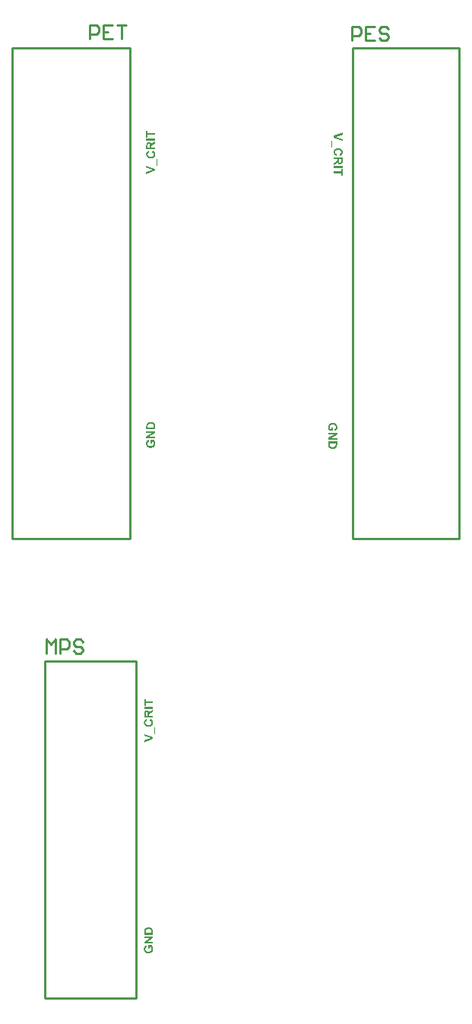
<source format=gto>
G04 Layer_Color=65535*
%FSLAX42Y42*%
%MOMM*%
G71*
G01*
G75*
%ADD16C,0.25*%
G36*
X2250Y10973D02*
X2152D01*
Y10993D01*
X2250D01*
Y10973D01*
D02*
G37*
G36*
Y10939D02*
X2229Y10925D01*
X2229Y10925D01*
X2228Y10925D01*
X2228Y10924D01*
X2227Y10924D01*
X2226Y10923D01*
X2225Y10923D01*
X2223Y10921D01*
X2220Y10919D01*
X2218Y10917D01*
X2216Y10916D01*
X2215Y10915D01*
X2214Y10915D01*
X2214Y10915D01*
X2214Y10914D01*
X2213Y10914D01*
X2213Y10913D01*
X2212Y10912D01*
X2212Y10911D01*
X2211Y10910D01*
X2210Y10909D01*
Y10909D01*
X2210Y10908D01*
X2210Y10907D01*
X2210Y10906D01*
X2210Y10905D01*
X2209Y10903D01*
X2209Y10901D01*
Y10899D01*
Y10895D01*
X2250D01*
Y10875D01*
X2152D01*
Y10917D01*
Y10917D01*
Y10917D01*
Y10918D01*
Y10919D01*
X2153Y10920D01*
Y10922D01*
X2153Y10924D01*
Y10925D01*
X2153Y10929D01*
X2154Y10933D01*
X2154Y10936D01*
X2155Y10938D01*
X2155Y10939D01*
Y10939D01*
X2155Y10940D01*
X2156Y10940D01*
X2156Y10942D01*
X2157Y10943D01*
X2159Y10945D01*
X2160Y10947D01*
X2162Y10949D01*
X2165Y10951D01*
X2165D01*
X2165Y10951D01*
X2165Y10951D01*
X2166Y10951D01*
X2167Y10952D01*
X2169Y10953D01*
X2171Y10954D01*
X2174Y10954D01*
X2177Y10955D01*
X2180Y10955D01*
X2181D01*
X2182Y10955D01*
X2183D01*
X2184Y10955D01*
X2186Y10954D01*
X2189Y10953D01*
X2192Y10952D01*
X2195Y10951D01*
X2197Y10950D01*
X2198Y10948D01*
X2198Y10948D01*
X2198Y10948D01*
X2199Y10948D01*
X2199Y10947D01*
X2200Y10947D01*
X2200Y10946D01*
X2201Y10945D01*
X2202Y10944D01*
X2203Y10942D01*
X2203Y10941D01*
X2204Y10939D01*
X2205Y10938D01*
X2205Y10936D01*
X2206Y10934D01*
X2207Y10932D01*
X2207Y10929D01*
Y10929D01*
X2207Y10929D01*
X2208Y10930D01*
X2208Y10931D01*
X2209Y10933D01*
X2211Y10935D01*
X2212Y10936D01*
X2213Y10938D01*
X2215Y10940D01*
X2215Y10940D01*
X2216Y10940D01*
X2217Y10941D01*
X2219Y10943D01*
X2221Y10944D01*
X2222Y10945D01*
X2224Y10946D01*
X2225Y10947D01*
X2227Y10948D01*
X2229Y10950D01*
X2231Y10951D01*
X2250Y10963D01*
Y10939D01*
D02*
G37*
G36*
X2221Y10858D02*
X2222Y10858D01*
X2223Y10857D01*
X2224Y10857D01*
X2226Y10856D01*
X2227Y10855D01*
X2229Y10855D01*
X2233Y10853D01*
X2237Y10850D01*
X2241Y10847D01*
X2242Y10845D01*
X2244Y10843D01*
X2244Y10843D01*
X2244Y10843D01*
X2245Y10842D01*
X2245Y10842D01*
X2246Y10841D01*
X2246Y10839D01*
X2247Y10838D01*
X2248Y10836D01*
X2249Y10835D01*
X2249Y10833D01*
X2250Y10830D01*
X2250Y10828D01*
X2251Y10826D01*
X2251Y10823D01*
X2252Y10820D01*
X2252Y10818D01*
Y10817D01*
Y10817D01*
X2252Y10816D01*
X2251Y10814D01*
X2251Y10813D01*
X2251Y10811D01*
X2251Y10809D01*
X2250Y10806D01*
X2249Y10804D01*
X2248Y10801D01*
X2247Y10799D01*
X2246Y10796D01*
X2245Y10793D01*
X2243Y10791D01*
X2241Y10788D01*
X2238Y10786D01*
X2238Y10786D01*
X2238Y10785D01*
X2237Y10785D01*
X2236Y10784D01*
X2235Y10783D01*
X2233Y10782D01*
X2231Y10781D01*
X2229Y10779D01*
X2226Y10778D01*
X2224Y10777D01*
X2221Y10776D01*
X2217Y10775D01*
X2214Y10774D01*
X2210Y10774D01*
X2206Y10773D01*
X2202Y10773D01*
X2201D01*
X2200Y10773D01*
X2198D01*
X2196Y10774D01*
X2194Y10774D01*
X2191Y10774D01*
X2188Y10775D01*
X2185Y10776D01*
X2182Y10776D01*
X2179Y10777D01*
X2176Y10779D01*
X2173Y10780D01*
X2170Y10782D01*
X2167Y10784D01*
X2164Y10786D01*
X2164Y10786D01*
X2164Y10786D01*
X2163Y10787D01*
X2162Y10788D01*
X2161Y10789D01*
X2160Y10791D01*
X2159Y10793D01*
X2157Y10795D01*
X2156Y10797D01*
X2155Y10799D01*
X2154Y10802D01*
X2153Y10805D01*
X2152Y10808D01*
X2151Y10811D01*
X2151Y10815D01*
X2151Y10819D01*
Y10819D01*
Y10820D01*
Y10820D01*
X2151Y10822D01*
X2151Y10823D01*
X2151Y10825D01*
X2151Y10827D01*
X2152Y10829D01*
X2152Y10831D01*
X2153Y10834D01*
X2154Y10836D01*
X2155Y10839D01*
X2156Y10841D01*
X2158Y10843D01*
X2159Y10846D01*
X2161Y10848D01*
Y10848D01*
X2161Y10848D01*
X2162Y10849D01*
X2162Y10849D01*
X2163Y10850D01*
X2164Y10850D01*
X2166Y10852D01*
X2168Y10853D01*
X2171Y10855D01*
X2175Y10856D01*
X2179Y10858D01*
X2184Y10838D01*
X2184D01*
X2183Y10838D01*
X2183D01*
X2182Y10838D01*
X2181Y10838D01*
X2180Y10837D01*
X2178Y10836D01*
X2176Y10835D01*
X2174Y10833D01*
X2172Y10831D01*
X2172Y10831D01*
X2171Y10830D01*
X2170Y10829D01*
X2170Y10827D01*
X2169Y10825D01*
X2168Y10823D01*
X2168Y10821D01*
X2167Y10818D01*
Y10818D01*
Y10817D01*
Y10817D01*
X2168Y10816D01*
X2168Y10815D01*
X2168Y10814D01*
X2168Y10812D01*
X2169Y10809D01*
X2171Y10806D01*
X2172Y10804D01*
X2173Y10803D01*
X2174Y10801D01*
X2175Y10800D01*
X2175D01*
X2176Y10800D01*
X2176Y10800D01*
X2177Y10799D01*
X2178Y10799D01*
X2179Y10798D01*
X2180Y10797D01*
X2181Y10797D01*
X2183Y10796D01*
X2185Y10796D01*
X2187Y10795D01*
X2189Y10795D01*
X2192Y10794D01*
X2194Y10794D01*
X2197Y10794D01*
X2201Y10794D01*
X2202D01*
X2204Y10794D01*
X2205D01*
X2207Y10794D01*
X2209Y10794D01*
X2211Y10794D01*
X2215Y10795D01*
X2220Y10796D01*
X2222Y10797D01*
X2224Y10798D01*
X2226Y10799D01*
X2227Y10800D01*
X2227Y10800D01*
X2227Y10800D01*
X2228Y10801D01*
X2228Y10801D01*
X2230Y10803D01*
X2231Y10805D01*
X2233Y10807D01*
X2234Y10810D01*
X2235Y10814D01*
X2235Y10815D01*
X2235Y10817D01*
Y10818D01*
Y10818D01*
Y10818D01*
X2235Y10819D01*
X2235Y10820D01*
X2234Y10822D01*
X2234Y10824D01*
X2233Y10826D01*
X2232Y10829D01*
X2230Y10831D01*
X2230Y10831D01*
X2229Y10832D01*
X2228Y10833D01*
X2226Y10834D01*
X2224Y10835D01*
X2221Y10837D01*
X2218Y10838D01*
X2214Y10839D01*
X2220Y10858D01*
X2220D01*
X2221Y10858D01*
D02*
G37*
G36*
X2169Y11053D02*
X2250D01*
Y11033D01*
X2169D01*
Y11005D01*
X2152D01*
Y11082D01*
X2169D01*
Y11053D01*
D02*
G37*
G36*
X2196Y4533D02*
X2197Y4533D01*
X2198Y4532D01*
X2199Y4532D01*
X2201Y4531D01*
X2202Y4530D01*
X2204Y4530D01*
X2208Y4528D01*
X2212Y4525D01*
X2216Y4522D01*
X2217Y4520D01*
X2219Y4518D01*
X2219Y4518D01*
X2219Y4518D01*
X2220Y4517D01*
X2220Y4517D01*
X2221Y4516D01*
X2221Y4514D01*
X2222Y4513D01*
X2223Y4511D01*
X2224Y4510D01*
X2224Y4508D01*
X2225Y4505D01*
X2225Y4503D01*
X2226Y4501D01*
X2226Y4498D01*
X2227Y4495D01*
X2227Y4493D01*
Y4492D01*
Y4492D01*
X2227Y4491D01*
X2226Y4489D01*
X2226Y4488D01*
X2226Y4486D01*
X2226Y4484D01*
X2225Y4481D01*
X2224Y4479D01*
X2223Y4476D01*
X2222Y4474D01*
X2221Y4471D01*
X2220Y4468D01*
X2218Y4466D01*
X2216Y4463D01*
X2213Y4461D01*
X2213Y4461D01*
X2213Y4460D01*
X2212Y4460D01*
X2211Y4459D01*
X2210Y4458D01*
X2208Y4457D01*
X2206Y4456D01*
X2204Y4454D01*
X2201Y4453D01*
X2199Y4452D01*
X2196Y4451D01*
X2192Y4450D01*
X2189Y4449D01*
X2185Y4449D01*
X2181Y4448D01*
X2177Y4448D01*
X2176D01*
X2175Y4448D01*
X2173D01*
X2171Y4449D01*
X2169Y4449D01*
X2166Y4449D01*
X2163Y4450D01*
X2160Y4451D01*
X2157Y4451D01*
X2154Y4452D01*
X2151Y4454D01*
X2148Y4455D01*
X2145Y4457D01*
X2142Y4459D01*
X2139Y4461D01*
X2139Y4461D01*
X2139Y4461D01*
X2138Y4462D01*
X2137Y4463D01*
X2136Y4464D01*
X2135Y4466D01*
X2134Y4468D01*
X2132Y4470D01*
X2131Y4472D01*
X2130Y4474D01*
X2129Y4477D01*
X2128Y4480D01*
X2127Y4483D01*
X2126Y4486D01*
X2126Y4490D01*
X2126Y4494D01*
Y4494D01*
Y4495D01*
Y4495D01*
X2126Y4497D01*
X2126Y4498D01*
X2126Y4500D01*
X2126Y4502D01*
X2127Y4504D01*
X2127Y4506D01*
X2128Y4509D01*
X2129Y4511D01*
X2130Y4514D01*
X2131Y4516D01*
X2133Y4518D01*
X2134Y4521D01*
X2136Y4523D01*
Y4523D01*
X2136Y4523D01*
X2137Y4524D01*
X2137Y4524D01*
X2138Y4525D01*
X2139Y4525D01*
X2141Y4527D01*
X2143Y4528D01*
X2146Y4530D01*
X2150Y4531D01*
X2154Y4533D01*
X2159Y4513D01*
X2159D01*
X2158Y4513D01*
X2158D01*
X2157Y4513D01*
X2156Y4513D01*
X2155Y4512D01*
X2153Y4511D01*
X2151Y4510D01*
X2149Y4508D01*
X2147Y4506D01*
X2147Y4506D01*
X2146Y4505D01*
X2145Y4504D01*
X2145Y4502D01*
X2144Y4500D01*
X2143Y4498D01*
X2143Y4496D01*
X2142Y4493D01*
Y4493D01*
Y4492D01*
Y4492D01*
X2143Y4491D01*
X2143Y4490D01*
X2143Y4489D01*
X2143Y4487D01*
X2144Y4484D01*
X2146Y4481D01*
X2147Y4479D01*
X2148Y4478D01*
X2149Y4476D01*
X2150Y4475D01*
X2150D01*
X2151Y4475D01*
X2151Y4475D01*
X2152Y4474D01*
X2153Y4474D01*
X2154Y4473D01*
X2155Y4472D01*
X2156Y4472D01*
X2158Y4471D01*
X2160Y4471D01*
X2162Y4470D01*
X2164Y4470D01*
X2167Y4469D01*
X2169Y4469D01*
X2172Y4469D01*
X2176Y4469D01*
X2177D01*
X2179Y4469D01*
X2180D01*
X2182Y4469D01*
X2184Y4469D01*
X2186Y4469D01*
X2190Y4470D01*
X2195Y4471D01*
X2197Y4472D01*
X2199Y4473D01*
X2201Y4474D01*
X2202Y4475D01*
X2202Y4475D01*
X2202Y4475D01*
X2203Y4476D01*
X2203Y4476D01*
X2205Y4478D01*
X2206Y4480D01*
X2208Y4482D01*
X2209Y4485D01*
X2210Y4489D01*
X2210Y4490D01*
X2210Y4492D01*
Y4493D01*
Y4493D01*
Y4493D01*
X2210Y4494D01*
X2210Y4495D01*
X2209Y4497D01*
X2209Y4499D01*
X2208Y4501D01*
X2207Y4504D01*
X2205Y4506D01*
X2205Y4506D01*
X2204Y4507D01*
X2203Y4508D01*
X2201Y4509D01*
X2199Y4510D01*
X2196Y4512D01*
X2193Y4513D01*
X2189Y4514D01*
X2195Y4533D01*
X2195D01*
X2196Y4533D01*
D02*
G37*
G36*
X2252Y4365D02*
X2240D01*
Y4442D01*
X2252D01*
Y4365D01*
D02*
G37*
G36*
X2225Y4331D02*
Y4310D01*
X2127Y4275D01*
Y4296D01*
X2200Y4321D01*
X2127Y4345D01*
Y4366D01*
X2225Y4331D01*
D02*
G37*
G36*
X2277Y10690D02*
X2265D01*
Y10767D01*
X2277D01*
Y10690D01*
D02*
G37*
G36*
X4338Y10743D02*
Y10743D01*
Y10743D01*
Y10742D01*
Y10741D01*
X4337Y10740D01*
Y10738D01*
X4337Y10736D01*
Y10735D01*
X4337Y10731D01*
X4336Y10727D01*
X4336Y10724D01*
X4335Y10722D01*
X4335Y10721D01*
Y10721D01*
X4335Y10720D01*
X4334Y10720D01*
X4334Y10718D01*
X4333Y10717D01*
X4331Y10715D01*
X4330Y10713D01*
X4328Y10711D01*
X4325Y10709D01*
X4325D01*
X4325Y10709D01*
X4325Y10709D01*
X4324Y10709D01*
X4323Y10708D01*
X4321Y10707D01*
X4319Y10706D01*
X4316Y10706D01*
X4313Y10705D01*
X4310Y10705D01*
X4309D01*
X4308Y10705D01*
X4307D01*
X4306Y10705D01*
X4304Y10706D01*
X4301Y10707D01*
X4298Y10708D01*
X4295Y10709D01*
X4293Y10710D01*
X4292Y10712D01*
X4292Y10712D01*
X4292Y10712D01*
X4291Y10712D01*
X4291Y10713D01*
X4290Y10713D01*
X4290Y10714D01*
X4289Y10715D01*
X4288Y10716D01*
X4287Y10718D01*
X4287Y10719D01*
X4286Y10721D01*
X4285Y10722D01*
X4285Y10724D01*
X4284Y10726D01*
X4283Y10728D01*
X4283Y10731D01*
Y10731D01*
X4283Y10731D01*
X4282Y10730D01*
X4282Y10729D01*
X4281Y10727D01*
X4279Y10725D01*
X4278Y10724D01*
X4277Y10722D01*
X4275Y10720D01*
X4275Y10720D01*
X4274Y10720D01*
X4273Y10719D01*
X4271Y10717D01*
X4269Y10716D01*
X4268Y10715D01*
X4266Y10714D01*
X4265Y10713D01*
X4263Y10712D01*
X4261Y10710D01*
X4259Y10709D01*
X4240Y10697D01*
Y10721D01*
X4261Y10735D01*
X4261Y10735D01*
X4262Y10735D01*
X4262Y10736D01*
X4263Y10736D01*
X4264Y10737D01*
X4265Y10737D01*
X4267Y10739D01*
X4270Y10741D01*
X4272Y10743D01*
X4274Y10744D01*
X4275Y10745D01*
X4276Y10745D01*
X4276Y10745D01*
X4276Y10746D01*
X4277Y10746D01*
X4277Y10747D01*
X4278Y10748D01*
X4278Y10749D01*
X4279Y10750D01*
X4280Y10751D01*
Y10751D01*
X4280Y10752D01*
X4280Y10753D01*
X4280Y10754D01*
X4280Y10755D01*
X4281Y10757D01*
X4281Y10759D01*
Y10761D01*
Y10765D01*
X4240D01*
Y10785D01*
X4338D01*
Y10743D01*
D02*
G37*
G36*
Y10667D02*
X4240D01*
Y10687D01*
X4338D01*
Y10667D01*
D02*
G37*
G36*
Y10578D02*
X4321D01*
Y10607D01*
X4240D01*
Y10627D01*
X4321D01*
Y10655D01*
X4338D01*
Y10578D01*
D02*
G37*
G36*
X4290Y10887D02*
X4292D01*
X4294Y10886D01*
X4296Y10886D01*
X4299Y10886D01*
X4302Y10885D01*
X4305Y10884D01*
X4308Y10884D01*
X4311Y10883D01*
X4314Y10881D01*
X4317Y10880D01*
X4320Y10878D01*
X4323Y10876D01*
X4326Y10874D01*
X4326Y10874D01*
X4326Y10874D01*
X4327Y10873D01*
X4328Y10872D01*
X4329Y10871D01*
X4330Y10869D01*
X4331Y10867D01*
X4333Y10865D01*
X4334Y10863D01*
X4335Y10861D01*
X4336Y10858D01*
X4337Y10855D01*
X4338Y10852D01*
X4339Y10849D01*
X4339Y10845D01*
X4339Y10841D01*
Y10841D01*
Y10840D01*
Y10840D01*
X4339Y10838D01*
X4339Y10837D01*
X4339Y10835D01*
X4339Y10833D01*
X4338Y10831D01*
X4338Y10829D01*
X4337Y10826D01*
X4336Y10824D01*
X4335Y10821D01*
X4334Y10819D01*
X4332Y10817D01*
X4331Y10814D01*
X4329Y10812D01*
Y10812D01*
X4329Y10812D01*
X4328Y10811D01*
X4328Y10811D01*
X4327Y10810D01*
X4326Y10810D01*
X4324Y10808D01*
X4322Y10807D01*
X4319Y10805D01*
X4315Y10804D01*
X4311Y10802D01*
X4306Y10822D01*
X4306D01*
X4307Y10822D01*
X4307D01*
X4308Y10822D01*
X4309Y10822D01*
X4310Y10823D01*
X4312Y10824D01*
X4314Y10825D01*
X4316Y10827D01*
X4318Y10829D01*
X4318Y10829D01*
X4319Y10830D01*
X4320Y10831D01*
X4320Y10833D01*
X4321Y10835D01*
X4322Y10837D01*
X4322Y10839D01*
X4323Y10842D01*
Y10842D01*
Y10843D01*
Y10843D01*
X4322Y10844D01*
X4322Y10845D01*
X4322Y10846D01*
X4322Y10848D01*
X4321Y10851D01*
X4319Y10854D01*
X4318Y10856D01*
X4317Y10857D01*
X4316Y10859D01*
X4315Y10860D01*
X4315D01*
X4314Y10860D01*
X4314Y10860D01*
X4313Y10861D01*
X4312Y10861D01*
X4311Y10862D01*
X4310Y10863D01*
X4309Y10863D01*
X4307Y10864D01*
X4305Y10864D01*
X4303Y10865D01*
X4301Y10865D01*
X4298Y10866D01*
X4296Y10866D01*
X4293Y10866D01*
X4289Y10866D01*
X4288D01*
X4286Y10866D01*
X4285D01*
X4283Y10866D01*
X4281Y10866D01*
X4279Y10866D01*
X4275Y10865D01*
X4270Y10864D01*
X4268Y10863D01*
X4266Y10862D01*
X4264Y10861D01*
X4263Y10860D01*
X4263Y10860D01*
X4263Y10860D01*
X4262Y10859D01*
X4262Y10859D01*
X4260Y10857D01*
X4259Y10855D01*
X4257Y10853D01*
X4256Y10850D01*
X4255Y10846D01*
X4255Y10845D01*
X4255Y10843D01*
Y10842D01*
Y10842D01*
Y10842D01*
X4255Y10841D01*
X4255Y10840D01*
X4256Y10838D01*
X4256Y10836D01*
X4257Y10834D01*
X4258Y10831D01*
X4260Y10829D01*
X4260Y10829D01*
X4261Y10828D01*
X4262Y10827D01*
X4264Y10826D01*
X4266Y10825D01*
X4269Y10823D01*
X4272Y10822D01*
X4276Y10821D01*
X4270Y10802D01*
X4270D01*
X4269Y10802D01*
X4268Y10802D01*
X4267Y10803D01*
X4266Y10803D01*
X4264Y10804D01*
X4263Y10805D01*
X4261Y10805D01*
X4257Y10807D01*
X4253Y10810D01*
X4249Y10813D01*
X4248Y10815D01*
X4246Y10817D01*
X4246Y10817D01*
X4246Y10817D01*
X4245Y10818D01*
X4245Y10818D01*
X4244Y10819D01*
X4244Y10821D01*
X4243Y10822D01*
X4242Y10824D01*
X4241Y10825D01*
X4241Y10827D01*
X4240Y10830D01*
X4240Y10832D01*
X4239Y10834D01*
X4239Y10837D01*
X4238Y10840D01*
X4238Y10842D01*
Y10843D01*
Y10843D01*
X4238Y10844D01*
X4239Y10846D01*
X4239Y10847D01*
X4239Y10849D01*
X4239Y10851D01*
X4240Y10854D01*
X4241Y10856D01*
X4242Y10859D01*
X4243Y10861D01*
X4244Y10864D01*
X4245Y10867D01*
X4247Y10869D01*
X4249Y10872D01*
X4252Y10874D01*
X4252Y10874D01*
X4252Y10875D01*
X4253Y10875D01*
X4254Y10876D01*
X4255Y10877D01*
X4257Y10878D01*
X4259Y10879D01*
X4261Y10881D01*
X4264Y10882D01*
X4266Y10883D01*
X4269Y10884D01*
X4273Y10885D01*
X4276Y10886D01*
X4280Y10886D01*
X4284Y10887D01*
X4288Y10887D01*
X4289D01*
X4290Y10887D01*
D02*
G37*
G36*
X2250Y10656D02*
Y10635D01*
X2152Y10600D01*
Y10621D01*
X2225Y10646D01*
X2152Y10670D01*
Y10691D01*
X2250Y10656D01*
D02*
G37*
G36*
X4338Y11039D02*
X4265Y11014D01*
X4338Y10990D01*
Y10969D01*
X4240Y11004D01*
Y11025D01*
X4338Y11060D01*
Y11039D01*
D02*
G37*
G36*
X4225Y10893D02*
X4213D01*
Y10970D01*
X4225D01*
Y10893D01*
D02*
G37*
G36*
X4278Y7586D02*
Y7586D01*
Y7586D01*
Y7585D01*
Y7584D01*
Y7583D01*
X4277Y7582D01*
X4277Y7579D01*
X4277Y7576D01*
X4277Y7573D01*
X4276Y7570D01*
X4276Y7568D01*
Y7568D01*
X4275Y7567D01*
X4275Y7567D01*
X4275Y7566D01*
X4274Y7565D01*
X4273Y7563D01*
X4272Y7560D01*
X4271Y7558D01*
X4269Y7555D01*
X4267Y7553D01*
Y7553D01*
X4266Y7553D01*
X4265Y7552D01*
X4264Y7551D01*
X4262Y7550D01*
X4260Y7548D01*
X4257Y7547D01*
X4254Y7545D01*
X4251Y7544D01*
X4251D01*
X4250Y7544D01*
X4250Y7543D01*
X4249Y7543D01*
X4248Y7543D01*
X4247Y7543D01*
X4246Y7542D01*
X4244Y7542D01*
X4243Y7542D01*
X4241Y7541D01*
X4239Y7541D01*
X4237Y7541D01*
X4233Y7541D01*
X4228Y7540D01*
X4226D01*
X4225Y7541D01*
X4224D01*
X4222Y7541D01*
X4221Y7541D01*
X4217Y7541D01*
X4214Y7542D01*
X4210Y7543D01*
X4207Y7544D01*
X4207D01*
X4207Y7544D01*
X4206Y7544D01*
X4205Y7544D01*
X4204Y7545D01*
X4203Y7545D01*
X4201Y7546D01*
X4198Y7548D01*
X4195Y7549D01*
X4192Y7552D01*
X4190Y7554D01*
X4189Y7554D01*
X4189Y7555D01*
X4188Y7556D01*
X4187Y7558D01*
X4186Y7560D01*
X4184Y7562D01*
X4183Y7565D01*
X4182Y7568D01*
Y7568D01*
X4182Y7568D01*
Y7569D01*
X4182Y7569D01*
X4181Y7570D01*
X4181Y7572D01*
X4181Y7575D01*
X4180Y7578D01*
X4180Y7581D01*
X4180Y7585D01*
Y7622D01*
X4278D01*
Y7586D01*
D02*
G37*
G36*
X2225Y2092D02*
X2161Y2053D01*
X2225D01*
Y2035D01*
X2127D01*
Y2054D01*
X2193Y2094D01*
X2127D01*
Y2112D01*
X2225D01*
Y2092D01*
D02*
G37*
G36*
X2180Y2214D02*
X2181D01*
X2183Y2214D01*
X2184Y2214D01*
X2188Y2214D01*
X2191Y2213D01*
X2195Y2212D01*
X2198Y2211D01*
X2198D01*
X2198Y2211D01*
X2199Y2211D01*
X2200Y2211D01*
X2201Y2210D01*
X2202Y2210D01*
X2204Y2209D01*
X2207Y2207D01*
X2210Y2206D01*
X2213Y2203D01*
X2215Y2201D01*
X2216Y2201D01*
X2216Y2200D01*
X2217Y2199D01*
X2218Y2197D01*
X2219Y2195D01*
X2221Y2193D01*
X2222Y2190D01*
X2223Y2187D01*
Y2187D01*
X2223Y2187D01*
Y2186D01*
X2223Y2186D01*
X2224Y2185D01*
X2224Y2183D01*
X2224Y2180D01*
X2225Y2177D01*
X2225Y2174D01*
X2225Y2170D01*
Y2133D01*
X2127D01*
Y2169D01*
Y2169D01*
Y2169D01*
Y2170D01*
Y2171D01*
Y2172D01*
X2128Y2173D01*
X2128Y2176D01*
X2128Y2179D01*
X2128Y2182D01*
X2129Y2185D01*
X2129Y2187D01*
Y2187D01*
X2130Y2188D01*
X2130Y2188D01*
X2130Y2189D01*
X2131Y2190D01*
X2132Y2192D01*
X2133Y2195D01*
X2134Y2197D01*
X2136Y2200D01*
X2138Y2202D01*
Y2202D01*
X2139Y2202D01*
X2140Y2203D01*
X2141Y2204D01*
X2143Y2205D01*
X2145Y2207D01*
X2148Y2208D01*
X2151Y2210D01*
X2154Y2211D01*
X2154D01*
X2155Y2211D01*
X2155Y2212D01*
X2156Y2212D01*
X2157Y2212D01*
X2158Y2212D01*
X2159Y2213D01*
X2161Y2213D01*
X2162Y2213D01*
X2164Y2214D01*
X2166Y2214D01*
X2168Y2214D01*
X2172Y2214D01*
X2177Y2215D01*
X2179D01*
X2180Y2214D01*
D02*
G37*
G36*
X2212Y2016D02*
X2212Y2016D01*
X2213Y2015D01*
X2213Y2014D01*
X2214Y2014D01*
X2215Y2012D01*
X2217Y2009D01*
X2219Y2006D01*
X2221Y2002D01*
X2222Y1998D01*
Y1998D01*
X2222Y1998D01*
X2223Y1997D01*
X2223Y1996D01*
X2223Y1995D01*
X2224Y1994D01*
X2224Y1992D01*
X2225Y1991D01*
X2225Y1987D01*
X2226Y1983D01*
X2227Y1979D01*
X2227Y1974D01*
Y1974D01*
Y1974D01*
Y1973D01*
X2227Y1972D01*
Y1971D01*
X2227Y1969D01*
X2226Y1967D01*
X2226Y1965D01*
X2225Y1961D01*
X2224Y1957D01*
X2223Y1952D01*
X2222Y1950D01*
X2220Y1948D01*
X2220Y1948D01*
X2220Y1947D01*
X2220Y1947D01*
X2219Y1946D01*
X2219Y1945D01*
X2218Y1944D01*
X2217Y1943D01*
X2216Y1941D01*
X2213Y1939D01*
X2210Y1936D01*
X2206Y1933D01*
X2202Y1931D01*
X2202D01*
X2201Y1930D01*
X2201Y1930D01*
X2200Y1930D01*
X2199Y1929D01*
X2198Y1929D01*
X2196Y1928D01*
X2194Y1928D01*
X2192Y1927D01*
X2190Y1927D01*
X2186Y1926D01*
X2181Y1925D01*
X2176Y1925D01*
X2174D01*
X2173Y1925D01*
X2172D01*
X2170Y1925D01*
X2169Y1926D01*
X2167Y1926D01*
X2163Y1927D01*
X2158Y1928D01*
X2153Y1929D01*
X2151Y1930D01*
X2149Y1931D01*
X2149Y1931D01*
X2148Y1932D01*
X2148Y1932D01*
X2147Y1932D01*
X2146Y1933D01*
X2145Y1934D01*
X2144Y1935D01*
X2142Y1936D01*
X2141Y1937D01*
X2139Y1939D01*
X2138Y1940D01*
X2136Y1942D01*
X2135Y1944D01*
X2133Y1946D01*
X2131Y1950D01*
Y1950D01*
X2130Y1950D01*
X2130Y1951D01*
X2130Y1952D01*
X2129Y1953D01*
X2129Y1954D01*
X2129Y1955D01*
X2128Y1956D01*
X2128Y1958D01*
X2127Y1960D01*
X2127Y1962D01*
X2126Y1964D01*
X2126Y1968D01*
X2126Y1973D01*
Y1973D01*
Y1974D01*
Y1975D01*
X2126Y1976D01*
X2126Y1978D01*
X2126Y1980D01*
X2126Y1982D01*
X2127Y1984D01*
X2127Y1988D01*
X2129Y1993D01*
X2130Y1995D01*
X2131Y1998D01*
X2132Y2000D01*
X2133Y2002D01*
X2133Y2002D01*
X2134Y2002D01*
X2134Y2003D01*
X2135Y2003D01*
X2135Y2004D01*
X2136Y2005D01*
X2137Y2006D01*
X2139Y2007D01*
X2140Y2008D01*
X2142Y2009D01*
X2143Y2011D01*
X2145Y2012D01*
X2147Y2013D01*
X2149Y2014D01*
X2152Y2014D01*
X2154Y2015D01*
X2158Y1995D01*
X2158D01*
X2158Y1995D01*
X2157Y1995D01*
X2156Y1994D01*
X2154Y1994D01*
X2152Y1993D01*
X2150Y1991D01*
X2148Y1989D01*
X2147Y1987D01*
X2146Y1987D01*
X2146Y1986D01*
X2145Y1985D01*
X2145Y1984D01*
X2144Y1982D01*
X2143Y1979D01*
X2143Y1976D01*
X2142Y1973D01*
Y1973D01*
Y1973D01*
Y1972D01*
X2143Y1971D01*
X2143Y1970D01*
X2143Y1969D01*
X2143Y1967D01*
X2143Y1966D01*
X2144Y1963D01*
X2145Y1961D01*
X2146Y1959D01*
X2147Y1958D01*
X2148Y1956D01*
X2149Y1954D01*
X2151Y1953D01*
X2151Y1953D01*
X2151Y1952D01*
X2152Y1952D01*
X2152Y1952D01*
X2153Y1951D01*
X2154Y1950D01*
X2155Y1950D01*
X2157Y1949D01*
X2158Y1948D01*
X2160Y1948D01*
X2162Y1947D01*
X2164Y1946D01*
X2167Y1946D01*
X2169Y1946D01*
X2172Y1945D01*
X2175Y1945D01*
X2177D01*
X2178Y1945D01*
X2179Y1946D01*
X2181Y1946D01*
X2183Y1946D01*
X2185Y1946D01*
X2189Y1947D01*
X2194Y1949D01*
X2196Y1949D01*
X2198Y1950D01*
X2200Y1952D01*
X2201Y1953D01*
X2201Y1953D01*
X2202Y1953D01*
X2202Y1954D01*
X2203Y1954D01*
X2203Y1955D01*
X2204Y1956D01*
X2205Y1957D01*
X2206Y1958D01*
X2207Y1960D01*
X2207Y1961D01*
X2209Y1965D01*
X2209Y1967D01*
X2210Y1969D01*
X2210Y1971D01*
X2210Y1973D01*
Y1973D01*
Y1973D01*
Y1974D01*
X2210Y1975D01*
X2210Y1977D01*
X2209Y1979D01*
X2209Y1981D01*
X2209Y1983D01*
X2208Y1986D01*
Y1986D01*
X2208Y1986D01*
X2207Y1987D01*
X2207Y1988D01*
X2206Y1989D01*
X2205Y1991D01*
X2204Y1993D01*
X2203Y1995D01*
X2202Y1996D01*
X2189D01*
Y1974D01*
X2173D01*
Y2016D01*
X2212D01*
X2212Y2016D01*
D02*
G37*
G36*
X4232Y7830D02*
X4233D01*
X4235Y7830D01*
X4236Y7829D01*
X4238Y7829D01*
X4242Y7828D01*
X4247Y7827D01*
X4252Y7826D01*
X4254Y7825D01*
X4256Y7824D01*
X4256Y7824D01*
X4257Y7823D01*
X4257Y7823D01*
X4258Y7823D01*
X4259Y7822D01*
X4260Y7821D01*
X4261Y7820D01*
X4263Y7819D01*
X4264Y7818D01*
X4266Y7816D01*
X4267Y7815D01*
X4269Y7813D01*
X4270Y7811D01*
X4272Y7809D01*
X4274Y7805D01*
Y7805D01*
X4275Y7805D01*
X4275Y7804D01*
X4275Y7803D01*
X4276Y7802D01*
X4276Y7801D01*
X4276Y7800D01*
X4277Y7799D01*
X4277Y7797D01*
X4278Y7795D01*
X4278Y7793D01*
X4279Y7791D01*
X4279Y7787D01*
X4279Y7782D01*
Y7782D01*
Y7781D01*
Y7780D01*
X4279Y7779D01*
X4279Y7777D01*
X4279Y7775D01*
X4279Y7773D01*
X4278Y7771D01*
X4278Y7767D01*
X4276Y7762D01*
X4275Y7760D01*
X4274Y7757D01*
X4273Y7755D01*
X4272Y7753D01*
X4272Y7753D01*
X4271Y7753D01*
X4271Y7752D01*
X4270Y7752D01*
X4270Y7751D01*
X4269Y7750D01*
X4268Y7749D01*
X4266Y7748D01*
X4265Y7747D01*
X4263Y7746D01*
X4262Y7744D01*
X4260Y7743D01*
X4258Y7742D01*
X4256Y7741D01*
X4253Y7741D01*
X4251Y7740D01*
X4247Y7760D01*
X4247D01*
X4247Y7760D01*
X4248Y7760D01*
X4249Y7761D01*
X4251Y7761D01*
X4253Y7762D01*
X4255Y7764D01*
X4257Y7766D01*
X4258Y7768D01*
X4259Y7768D01*
X4259Y7769D01*
X4260Y7770D01*
X4260Y7771D01*
X4261Y7773D01*
X4262Y7776D01*
X4262Y7779D01*
X4263Y7782D01*
Y7782D01*
Y7782D01*
Y7783D01*
X4262Y7784D01*
X4262Y7785D01*
X4262Y7786D01*
X4262Y7788D01*
X4262Y7789D01*
X4261Y7792D01*
X4260Y7794D01*
X4259Y7796D01*
X4258Y7797D01*
X4257Y7799D01*
X4256Y7801D01*
X4254Y7802D01*
X4254Y7802D01*
X4254Y7803D01*
X4253Y7803D01*
X4253Y7803D01*
X4252Y7804D01*
X4251Y7805D01*
X4250Y7805D01*
X4248Y7806D01*
X4247Y7807D01*
X4245Y7807D01*
X4243Y7808D01*
X4241Y7809D01*
X4238Y7809D01*
X4236Y7809D01*
X4233Y7810D01*
X4230Y7810D01*
X4228D01*
X4227Y7810D01*
X4226Y7809D01*
X4224Y7809D01*
X4222Y7809D01*
X4220Y7809D01*
X4216Y7808D01*
X4211Y7806D01*
X4209Y7806D01*
X4207Y7805D01*
X4205Y7803D01*
X4204Y7802D01*
X4204Y7802D01*
X4203Y7802D01*
X4203Y7801D01*
X4202Y7801D01*
X4202Y7800D01*
X4201Y7799D01*
X4200Y7798D01*
X4199Y7797D01*
X4198Y7795D01*
X4198Y7794D01*
X4196Y7790D01*
X4196Y7788D01*
X4195Y7786D01*
X4195Y7784D01*
X4195Y7782D01*
Y7782D01*
Y7782D01*
Y7781D01*
X4195Y7780D01*
X4195Y7778D01*
X4196Y7776D01*
X4196Y7774D01*
X4196Y7772D01*
X4197Y7769D01*
Y7769D01*
X4197Y7769D01*
X4198Y7768D01*
X4198Y7767D01*
X4199Y7766D01*
X4200Y7764D01*
X4201Y7762D01*
X4202Y7760D01*
X4203Y7759D01*
X4216D01*
Y7781D01*
X4232D01*
Y7739D01*
X4193D01*
X4193Y7739D01*
X4193Y7739D01*
X4192Y7740D01*
X4192Y7741D01*
X4191Y7741D01*
X4190Y7743D01*
X4188Y7746D01*
X4186Y7749D01*
X4184Y7753D01*
X4183Y7757D01*
Y7757D01*
X4183Y7757D01*
X4182Y7758D01*
X4182Y7759D01*
X4182Y7760D01*
X4181Y7761D01*
X4181Y7763D01*
X4180Y7764D01*
X4180Y7768D01*
X4179Y7772D01*
X4178Y7776D01*
X4178Y7781D01*
Y7781D01*
Y7781D01*
Y7782D01*
X4178Y7783D01*
Y7784D01*
X4178Y7786D01*
X4179Y7788D01*
X4179Y7790D01*
X4180Y7794D01*
X4181Y7798D01*
X4182Y7803D01*
X4183Y7805D01*
X4185Y7807D01*
X4185Y7807D01*
X4185Y7808D01*
X4185Y7808D01*
X4186Y7809D01*
X4186Y7810D01*
X4187Y7811D01*
X4188Y7812D01*
X4189Y7814D01*
X4192Y7816D01*
X4195Y7819D01*
X4199Y7822D01*
X4203Y7824D01*
X4203D01*
X4204Y7825D01*
X4204Y7825D01*
X4205Y7825D01*
X4206Y7826D01*
X4207Y7826D01*
X4209Y7827D01*
X4211Y7827D01*
X4213Y7828D01*
X4215Y7828D01*
X4219Y7829D01*
X4224Y7830D01*
X4229Y7830D01*
X4231D01*
X4232Y7830D01*
D02*
G37*
G36*
X4278Y7701D02*
X4212Y7661D01*
X4278D01*
Y7643D01*
X4180D01*
Y7663D01*
X4244Y7702D01*
X4180D01*
Y7720D01*
X4278D01*
Y7701D01*
D02*
G37*
G36*
X2205Y7839D02*
X2206D01*
X2208Y7839D01*
X2209Y7839D01*
X2213Y7839D01*
X2216Y7838D01*
X2220Y7837D01*
X2223Y7836D01*
X2223D01*
X2223Y7836D01*
X2224Y7836D01*
X2225Y7836D01*
X2226Y7835D01*
X2227Y7835D01*
X2229Y7834D01*
X2232Y7832D01*
X2235Y7831D01*
X2238Y7828D01*
X2240Y7826D01*
X2241Y7826D01*
X2241Y7825D01*
X2242Y7824D01*
X2243Y7822D01*
X2244Y7820D01*
X2246Y7818D01*
X2247Y7815D01*
X2248Y7812D01*
Y7812D01*
X2248Y7812D01*
Y7811D01*
X2248Y7811D01*
X2249Y7810D01*
X2249Y7808D01*
X2249Y7805D01*
X2250Y7802D01*
X2250Y7799D01*
X2250Y7795D01*
Y7758D01*
X2152D01*
Y7794D01*
Y7794D01*
Y7794D01*
Y7795D01*
Y7796D01*
Y7797D01*
X2153Y7798D01*
X2153Y7801D01*
X2153Y7804D01*
X2153Y7807D01*
X2154Y7810D01*
X2154Y7812D01*
Y7812D01*
X2155Y7813D01*
X2155Y7813D01*
X2155Y7814D01*
X2156Y7815D01*
X2157Y7817D01*
X2158Y7820D01*
X2159Y7822D01*
X2161Y7825D01*
X2163Y7827D01*
Y7827D01*
X2164Y7827D01*
X2165Y7828D01*
X2166Y7829D01*
X2168Y7830D01*
X2170Y7832D01*
X2173Y7833D01*
X2176Y7835D01*
X2179Y7836D01*
X2179D01*
X2180Y7836D01*
X2180Y7837D01*
X2181Y7837D01*
X2182Y7837D01*
X2183Y7837D01*
X2184Y7838D01*
X2186Y7838D01*
X2187Y7838D01*
X2189Y7839D01*
X2191Y7839D01*
X2193Y7839D01*
X2197Y7839D01*
X2202Y7840D01*
X2204D01*
X2205Y7839D01*
D02*
G37*
G36*
X2225Y4648D02*
X2127D01*
Y4668D01*
X2225D01*
Y4648D01*
D02*
G37*
G36*
Y4614D02*
X2204Y4600D01*
X2204Y4600D01*
X2203Y4600D01*
X2203Y4599D01*
X2202Y4599D01*
X2201Y4598D01*
X2200Y4598D01*
X2198Y4596D01*
X2195Y4594D01*
X2193Y4592D01*
X2191Y4591D01*
X2190Y4590D01*
X2189Y4590D01*
X2189Y4590D01*
X2189Y4589D01*
X2188Y4589D01*
X2188Y4588D01*
X2187Y4587D01*
X2187Y4586D01*
X2186Y4585D01*
X2185Y4584D01*
Y4584D01*
X2185Y4583D01*
X2185Y4582D01*
X2185Y4581D01*
X2185Y4580D01*
X2184Y4578D01*
X2184Y4576D01*
Y4574D01*
Y4570D01*
X2225D01*
Y4550D01*
X2127D01*
Y4592D01*
Y4592D01*
Y4592D01*
Y4593D01*
Y4594D01*
X2128Y4595D01*
Y4597D01*
X2128Y4599D01*
Y4600D01*
X2128Y4604D01*
X2129Y4608D01*
X2129Y4611D01*
X2130Y4613D01*
X2130Y4614D01*
Y4614D01*
X2130Y4615D01*
X2131Y4615D01*
X2131Y4617D01*
X2132Y4618D01*
X2134Y4620D01*
X2135Y4622D01*
X2137Y4624D01*
X2140Y4626D01*
X2140D01*
X2140Y4626D01*
X2140Y4626D01*
X2141Y4626D01*
X2142Y4627D01*
X2144Y4628D01*
X2146Y4629D01*
X2149Y4629D01*
X2152Y4630D01*
X2155Y4630D01*
X2156D01*
X2157Y4630D01*
X2158D01*
X2159Y4630D01*
X2161Y4629D01*
X2164Y4628D01*
X2167Y4627D01*
X2170Y4626D01*
X2172Y4625D01*
X2173Y4623D01*
X2173Y4623D01*
X2173Y4623D01*
X2174Y4623D01*
X2174Y4622D01*
X2175Y4622D01*
X2175Y4621D01*
X2176Y4620D01*
X2177Y4619D01*
X2178Y4617D01*
X2178Y4616D01*
X2179Y4614D01*
X2180Y4613D01*
X2180Y4611D01*
X2181Y4609D01*
X2182Y4607D01*
X2182Y4604D01*
Y4604D01*
X2182Y4604D01*
X2183Y4605D01*
X2183Y4606D01*
X2184Y4608D01*
X2186Y4610D01*
X2187Y4611D01*
X2188Y4613D01*
X2190Y4615D01*
X2190Y4615D01*
X2191Y4615D01*
X2192Y4616D01*
X2194Y4618D01*
X2196Y4619D01*
X2197Y4620D01*
X2199Y4621D01*
X2200Y4622D01*
X2202Y4623D01*
X2204Y4625D01*
X2206Y4626D01*
X2225Y4638D01*
Y4614D01*
D02*
G37*
G36*
X2144Y4728D02*
X2225D01*
Y4708D01*
X2144D01*
Y4680D01*
X2127D01*
Y4757D01*
X2144D01*
Y4728D01*
D02*
G37*
G36*
X2250Y7717D02*
X2186Y7678D01*
X2250D01*
Y7660D01*
X2152D01*
Y7679D01*
X2218Y7719D01*
X2152D01*
Y7737D01*
X2250D01*
Y7717D01*
D02*
G37*
G36*
X2237Y7641D02*
X2237Y7641D01*
X2238Y7640D01*
X2238Y7639D01*
X2239Y7639D01*
X2240Y7637D01*
X2242Y7634D01*
X2244Y7631D01*
X2246Y7627D01*
X2247Y7623D01*
Y7623D01*
X2247Y7623D01*
X2248Y7622D01*
X2248Y7621D01*
X2248Y7620D01*
X2249Y7619D01*
X2249Y7617D01*
X2250Y7616D01*
X2250Y7612D01*
X2251Y7608D01*
X2252Y7604D01*
X2252Y7599D01*
Y7599D01*
Y7599D01*
Y7598D01*
X2252Y7597D01*
Y7596D01*
X2252Y7594D01*
X2251Y7592D01*
X2251Y7590D01*
X2250Y7586D01*
X2249Y7582D01*
X2248Y7577D01*
X2247Y7575D01*
X2245Y7573D01*
X2245Y7573D01*
X2245Y7572D01*
X2245Y7572D01*
X2244Y7571D01*
X2244Y7570D01*
X2243Y7569D01*
X2242Y7568D01*
X2241Y7566D01*
X2238Y7564D01*
X2235Y7561D01*
X2231Y7558D01*
X2227Y7556D01*
X2227D01*
X2226Y7555D01*
X2226Y7555D01*
X2225Y7555D01*
X2224Y7554D01*
X2223Y7554D01*
X2221Y7553D01*
X2219Y7553D01*
X2217Y7552D01*
X2215Y7552D01*
X2211Y7551D01*
X2206Y7550D01*
X2201Y7550D01*
X2199D01*
X2198Y7550D01*
X2197D01*
X2195Y7550D01*
X2194Y7551D01*
X2192Y7551D01*
X2188Y7552D01*
X2183Y7553D01*
X2178Y7554D01*
X2176Y7555D01*
X2174Y7556D01*
X2174Y7556D01*
X2173Y7557D01*
X2173Y7557D01*
X2172Y7557D01*
X2171Y7558D01*
X2170Y7559D01*
X2169Y7560D01*
X2167Y7561D01*
X2166Y7562D01*
X2164Y7564D01*
X2163Y7565D01*
X2161Y7567D01*
X2160Y7569D01*
X2158Y7571D01*
X2156Y7575D01*
Y7575D01*
X2155Y7575D01*
X2155Y7576D01*
X2155Y7577D01*
X2154Y7578D01*
X2154Y7579D01*
X2154Y7580D01*
X2153Y7581D01*
X2153Y7583D01*
X2152Y7585D01*
X2152Y7587D01*
X2151Y7589D01*
X2151Y7593D01*
X2151Y7598D01*
Y7598D01*
Y7599D01*
Y7600D01*
X2151Y7601D01*
X2151Y7603D01*
X2151Y7605D01*
X2151Y7607D01*
X2152Y7609D01*
X2152Y7613D01*
X2154Y7618D01*
X2155Y7620D01*
X2156Y7623D01*
X2157Y7625D01*
X2158Y7627D01*
X2158Y7627D01*
X2159Y7627D01*
X2159Y7628D01*
X2160Y7628D01*
X2160Y7629D01*
X2161Y7630D01*
X2162Y7631D01*
X2164Y7632D01*
X2165Y7633D01*
X2167Y7634D01*
X2168Y7636D01*
X2170Y7637D01*
X2172Y7638D01*
X2174Y7639D01*
X2177Y7639D01*
X2179Y7640D01*
X2183Y7620D01*
X2183D01*
X2183Y7620D01*
X2182Y7620D01*
X2181Y7619D01*
X2179Y7619D01*
X2177Y7618D01*
X2175Y7616D01*
X2173Y7614D01*
X2172Y7612D01*
X2171Y7612D01*
X2171Y7611D01*
X2170Y7610D01*
X2170Y7609D01*
X2169Y7607D01*
X2168Y7604D01*
X2168Y7601D01*
X2167Y7598D01*
Y7598D01*
Y7598D01*
Y7597D01*
X2168Y7596D01*
X2168Y7595D01*
X2168Y7594D01*
X2168Y7592D01*
X2168Y7591D01*
X2169Y7588D01*
X2170Y7586D01*
X2171Y7584D01*
X2172Y7583D01*
X2173Y7581D01*
X2174Y7579D01*
X2176Y7578D01*
X2176Y7578D01*
X2176Y7577D01*
X2177Y7577D01*
X2177Y7577D01*
X2178Y7576D01*
X2179Y7575D01*
X2180Y7575D01*
X2182Y7574D01*
X2183Y7573D01*
X2185Y7573D01*
X2187Y7572D01*
X2189Y7571D01*
X2192Y7571D01*
X2194Y7571D01*
X2197Y7570D01*
X2200Y7570D01*
X2202D01*
X2203Y7570D01*
X2204Y7571D01*
X2206Y7571D01*
X2208Y7571D01*
X2210Y7571D01*
X2214Y7572D01*
X2219Y7574D01*
X2221Y7574D01*
X2223Y7575D01*
X2225Y7577D01*
X2226Y7578D01*
X2226Y7578D01*
X2227Y7578D01*
X2227Y7579D01*
X2228Y7579D01*
X2228Y7580D01*
X2229Y7581D01*
X2230Y7582D01*
X2231Y7583D01*
X2232Y7585D01*
X2232Y7586D01*
X2234Y7590D01*
X2234Y7592D01*
X2235Y7594D01*
X2235Y7596D01*
X2235Y7598D01*
Y7598D01*
Y7598D01*
Y7599D01*
X2235Y7600D01*
X2235Y7602D01*
X2234Y7604D01*
X2234Y7606D01*
X2234Y7608D01*
X2233Y7611D01*
Y7611D01*
X2233Y7611D01*
X2232Y7612D01*
X2232Y7613D01*
X2231Y7614D01*
X2230Y7616D01*
X2229Y7618D01*
X2228Y7620D01*
X2227Y7621D01*
X2214D01*
Y7599D01*
X2198D01*
Y7641D01*
X2237D01*
X2237Y7641D01*
D02*
G37*
%LPC*%
G36*
X2181Y10935D02*
X2180D01*
X2180Y10935D01*
X2178Y10934D01*
X2177Y10934D01*
X2176Y10934D01*
X2174Y10933D01*
X2173Y10932D01*
X2173Y10932D01*
X2173Y10932D01*
X2172Y10931D01*
X2172Y10930D01*
X2171Y10929D01*
X2170Y10928D01*
X2170Y10926D01*
X2169Y10925D01*
Y10924D01*
X2169Y10924D01*
Y10923D01*
X2169Y10922D01*
Y10921D01*
Y10920D01*
Y10919D01*
X2169Y10917D01*
Y10916D01*
Y10914D01*
Y10912D01*
Y10910D01*
Y10895D01*
X2194D01*
Y10909D01*
Y10910D01*
Y10910D01*
Y10911D01*
Y10912D01*
Y10913D01*
Y10914D01*
X2194Y10917D01*
X2193Y10920D01*
X2193Y10923D01*
X2193Y10924D01*
X2193Y10925D01*
X2193Y10926D01*
X2193Y10927D01*
Y10927D01*
X2192Y10928D01*
X2192Y10928D01*
X2192Y10929D01*
X2190Y10931D01*
X2190Y10932D01*
X2189Y10933D01*
X2188Y10933D01*
X2188Y10933D01*
X2187Y10933D01*
X2187Y10934D01*
X2185Y10934D01*
X2184Y10934D01*
X2183Y10935D01*
X2181Y10935D01*
D02*
G37*
G36*
X4321Y10765D02*
X4296D01*
Y10751D01*
Y10750D01*
Y10750D01*
Y10749D01*
Y10748D01*
Y10747D01*
Y10746D01*
X4296Y10743D01*
X4297Y10740D01*
X4297Y10737D01*
X4297Y10736D01*
X4297Y10735D01*
X4297Y10734D01*
X4297Y10733D01*
Y10733D01*
X4298Y10732D01*
X4298Y10732D01*
X4298Y10731D01*
X4300Y10729D01*
X4300Y10728D01*
X4301Y10727D01*
X4302Y10727D01*
X4302Y10727D01*
X4303Y10727D01*
X4303Y10726D01*
X4305Y10726D01*
X4306Y10726D01*
X4307Y10725D01*
X4309Y10725D01*
X4310D01*
X4310Y10725D01*
X4312Y10726D01*
X4313Y10726D01*
X4314Y10726D01*
X4316Y10727D01*
X4317Y10728D01*
X4317Y10728D01*
X4317Y10728D01*
X4318Y10729D01*
X4318Y10730D01*
X4319Y10731D01*
X4320Y10732D01*
X4320Y10734D01*
X4321Y10735D01*
Y10736D01*
X4321Y10736D01*
Y10737D01*
X4321Y10738D01*
Y10739D01*
Y10740D01*
Y10741D01*
X4321Y10743D01*
Y10744D01*
Y10746D01*
Y10748D01*
Y10750D01*
Y10765D01*
D02*
G37*
G36*
X4261Y7602D02*
X4196D01*
Y7588D01*
Y7588D01*
Y7587D01*
Y7587D01*
Y7586D01*
Y7585D01*
X4197Y7583D01*
Y7581D01*
X4197Y7579D01*
X4197Y7577D01*
X4197Y7576D01*
Y7576D01*
X4198Y7575D01*
X4198Y7574D01*
X4198Y7573D01*
X4199Y7572D01*
X4200Y7570D01*
X4200Y7569D01*
X4201Y7568D01*
X4202Y7568D01*
X4202Y7567D01*
X4203Y7567D01*
X4204Y7566D01*
X4205Y7565D01*
X4207Y7564D01*
X4208Y7564D01*
X4211Y7563D01*
X4211D01*
X4211Y7563D01*
X4211D01*
X4212Y7563D01*
X4213Y7562D01*
X4213Y7562D01*
X4216Y7562D01*
X4218Y7561D01*
X4221Y7561D01*
X4225Y7561D01*
X4229Y7561D01*
X4231D01*
X4233Y7561D01*
X4235Y7561D01*
X4238Y7561D01*
X4241Y7562D01*
X4243Y7562D01*
X4246Y7563D01*
X4246D01*
X4246Y7563D01*
X4247Y7563D01*
X4248Y7564D01*
X4249Y7564D01*
X4251Y7565D01*
X4252Y7566D01*
X4254Y7567D01*
X4255Y7569D01*
X4256Y7569D01*
X4256Y7569D01*
X4257Y7570D01*
X4257Y7571D01*
X4258Y7572D01*
X4259Y7574D01*
X4260Y7576D01*
X4260Y7578D01*
Y7578D01*
X4260Y7578D01*
X4260Y7579D01*
X4261Y7581D01*
Y7582D01*
X4261Y7583D01*
Y7585D01*
X4261Y7586D01*
Y7588D01*
X4261Y7590D01*
Y7591D01*
Y7594D01*
Y7602D01*
D02*
G37*
G36*
X2176Y2194D02*
X2174D01*
X2172Y2194D01*
X2170Y2194D01*
X2167Y2194D01*
X2164Y2193D01*
X2162Y2193D01*
X2159Y2192D01*
X2159D01*
X2159Y2192D01*
X2158Y2192D01*
X2157Y2191D01*
X2156Y2191D01*
X2154Y2190D01*
X2153Y2189D01*
X2151Y2188D01*
X2150Y2186D01*
X2149Y2186D01*
X2149Y2186D01*
X2148Y2185D01*
X2148Y2184D01*
X2147Y2183D01*
X2146Y2181D01*
X2145Y2179D01*
X2145Y2177D01*
Y2177D01*
X2145Y2177D01*
X2145Y2176D01*
X2144Y2174D01*
Y2173D01*
X2144Y2172D01*
Y2170D01*
X2144Y2169D01*
Y2167D01*
X2144Y2165D01*
Y2164D01*
Y2161D01*
Y2153D01*
X2209D01*
Y2167D01*
Y2167D01*
Y2168D01*
Y2168D01*
Y2169D01*
Y2170D01*
X2208Y2172D01*
Y2174D01*
X2208Y2176D01*
X2208Y2178D01*
X2208Y2179D01*
Y2179D01*
X2207Y2180D01*
X2207Y2181D01*
X2207Y2182D01*
X2206Y2183D01*
X2205Y2185D01*
X2205Y2186D01*
X2204Y2187D01*
X2203Y2187D01*
X2203Y2188D01*
X2202Y2188D01*
X2201Y2189D01*
X2200Y2190D01*
X2198Y2191D01*
X2197Y2191D01*
X2194Y2192D01*
X2194D01*
X2194Y2192D01*
X2194D01*
X2193Y2192D01*
X2192Y2193D01*
X2192Y2193D01*
X2189Y2193D01*
X2187Y2194D01*
X2184Y2194D01*
X2180Y2194D01*
X2176Y2194D01*
D02*
G37*
G36*
X2201Y7819D02*
X2199D01*
X2197Y7819D01*
X2195Y7819D01*
X2192Y7819D01*
X2189Y7818D01*
X2187Y7818D01*
X2184Y7817D01*
X2184D01*
X2184Y7817D01*
X2183Y7817D01*
X2182Y7816D01*
X2181Y7816D01*
X2179Y7815D01*
X2178Y7814D01*
X2176Y7813D01*
X2175Y7811D01*
X2174Y7811D01*
X2174Y7811D01*
X2173Y7810D01*
X2173Y7809D01*
X2172Y7808D01*
X2171Y7806D01*
X2170Y7804D01*
X2170Y7802D01*
Y7802D01*
X2170Y7802D01*
X2170Y7801D01*
X2169Y7799D01*
Y7798D01*
X2169Y7797D01*
Y7795D01*
X2169Y7794D01*
Y7792D01*
X2169Y7790D01*
Y7789D01*
Y7786D01*
Y7778D01*
X2234D01*
Y7792D01*
Y7792D01*
Y7793D01*
Y7793D01*
Y7794D01*
Y7795D01*
X2233Y7797D01*
Y7799D01*
X2233Y7801D01*
X2233Y7803D01*
X2233Y7804D01*
Y7804D01*
X2232Y7805D01*
X2232Y7806D01*
X2232Y7807D01*
X2231Y7808D01*
X2230Y7810D01*
X2230Y7811D01*
X2229Y7812D01*
X2228Y7812D01*
X2228Y7813D01*
X2227Y7813D01*
X2226Y7814D01*
X2225Y7815D01*
X2223Y7816D01*
X2222Y7816D01*
X2219Y7817D01*
X2219D01*
X2219Y7817D01*
X2219D01*
X2218Y7817D01*
X2217Y7818D01*
X2217Y7818D01*
X2214Y7818D01*
X2212Y7819D01*
X2209Y7819D01*
X2205Y7819D01*
X2201Y7819D01*
D02*
G37*
G36*
X2156Y4610D02*
X2155D01*
X2155Y4610D01*
X2153Y4609D01*
X2152Y4609D01*
X2151Y4609D01*
X2149Y4608D01*
X2148Y4607D01*
X2148Y4607D01*
X2148Y4607D01*
X2147Y4606D01*
X2147Y4605D01*
X2146Y4604D01*
X2145Y4603D01*
X2145Y4601D01*
X2144Y4600D01*
Y4599D01*
X2144Y4599D01*
Y4598D01*
X2144Y4597D01*
Y4596D01*
Y4595D01*
Y4594D01*
X2144Y4592D01*
Y4591D01*
Y4589D01*
Y4587D01*
Y4585D01*
Y4570D01*
X2169D01*
Y4584D01*
Y4585D01*
Y4585D01*
Y4586D01*
Y4587D01*
Y4588D01*
Y4589D01*
X2169Y4592D01*
X2168Y4595D01*
X2168Y4598D01*
X2168Y4599D01*
X2168Y4600D01*
X2168Y4601D01*
X2168Y4602D01*
Y4602D01*
X2167Y4603D01*
X2167Y4603D01*
X2167Y4604D01*
X2165Y4606D01*
X2165Y4607D01*
X2164Y4608D01*
X2163Y4608D01*
X2163Y4608D01*
X2162Y4608D01*
X2162Y4609D01*
X2160Y4609D01*
X2159Y4609D01*
X2158Y4610D01*
X2156Y4610D01*
D02*
G37*
%LPD*%
D16*
X5640Y6539D02*
Y12000D01*
X4453Y6539D02*
X5640D01*
X4448Y12000D02*
X5635D01*
X4453Y6539D02*
Y12000D01*
X1022Y1423D02*
Y5178D01*
X2038D01*
Y1423D02*
Y5178D01*
X1022Y1423D02*
X2038D01*
X660Y6539D02*
Y12000D01*
X1974D01*
Y6539D02*
Y12000D01*
X660Y6539D02*
X1974D01*
X4440Y12090D02*
Y12242D01*
X4516D01*
X4542Y12217D01*
Y12166D01*
X4516Y12141D01*
X4440D01*
X4694Y12242D02*
X4592D01*
Y12090D01*
X4694D01*
X4592Y12166D02*
X4643D01*
X4846Y12217D02*
X4821Y12242D01*
X4770D01*
X4745Y12217D01*
Y12192D01*
X4770Y12166D01*
X4821D01*
X4846Y12141D01*
Y12115D01*
X4821Y12090D01*
X4770D01*
X4745Y12115D01*
X1520Y12100D02*
Y12252D01*
X1596D01*
X1622Y12227D01*
Y12176D01*
X1596Y12151D01*
X1520D01*
X1774Y12252D02*
X1672D01*
Y12100D01*
X1774D01*
X1672Y12176D02*
X1723D01*
X1825Y12252D02*
X1926D01*
X1875D01*
Y12100D01*
X1035Y5266D02*
Y5419D01*
X1086Y5368D01*
X1137Y5419D01*
Y5266D01*
X1188D02*
Y5419D01*
X1264D01*
X1289Y5393D01*
Y5342D01*
X1264Y5317D01*
X1188D01*
X1442Y5393D02*
X1416Y5419D01*
X1365D01*
X1340Y5393D01*
Y5368D01*
X1365Y5342D01*
X1416D01*
X1442Y5317D01*
Y5292D01*
X1416Y5266D01*
X1365D01*
X1340Y5292D01*
M02*

</source>
